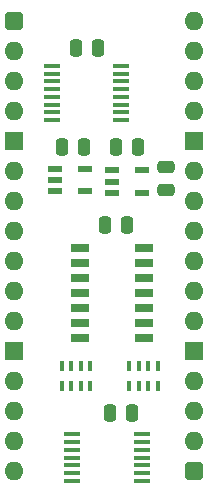
<source format=gts>
%TF.GenerationSoftware,KiCad,Pcbnew,9.0.2*%
%TF.CreationDate,2025-07-03T20:54:59+02:00*%
%TF.ProjectId,Main Memory Enable,4d61696e-204d-4656-9d6f-727920456e61,V0*%
%TF.SameCoordinates,Original*%
%TF.FileFunction,Soldermask,Top*%
%TF.FilePolarity,Negative*%
%FSLAX46Y46*%
G04 Gerber Fmt 4.6, Leading zero omitted, Abs format (unit mm)*
G04 Created by KiCad (PCBNEW 9.0.2) date 2025-07-03 20:54:59*
%MOMM*%
%LPD*%
G01*
G04 APERTURE LIST*
G04 Aperture macros list*
%AMRoundRect*
0 Rectangle with rounded corners*
0 $1 Rounding radius*
0 $2 $3 $4 $5 $6 $7 $8 $9 X,Y pos of 4 corners*
0 Add a 4 corners polygon primitive as box body*
4,1,4,$2,$3,$4,$5,$6,$7,$8,$9,$2,$3,0*
0 Add four circle primitives for the rounded corners*
1,1,$1+$1,$2,$3*
1,1,$1+$1,$4,$5*
1,1,$1+$1,$6,$7*
1,1,$1+$1,$8,$9*
0 Add four rect primitives between the rounded corners*
20,1,$1+$1,$2,$3,$4,$5,0*
20,1,$1+$1,$4,$5,$6,$7,0*
20,1,$1+$1,$6,$7,$8,$9,0*
20,1,$1+$1,$8,$9,$2,$3,0*%
G04 Aperture macros list end*
%ADD10RoundRect,0.250000X0.250000X0.475000X-0.250000X0.475000X-0.250000X-0.475000X0.250000X-0.475000X0*%
%ADD11R,0.450000X0.900000*%
%ADD12R,1.150000X0.600000*%
%ADD13RoundRect,0.250000X-0.250000X-0.475000X0.250000X-0.475000X0.250000X0.475000X-0.250000X0.475000X0*%
%ADD14R,1.550000X0.650000*%
%ADD15R,1.475000X0.450000*%
%ADD16R,1.250000X0.600000*%
%ADD17O,1.600000X1.600000*%
%ADD18R,1.600000X1.600000*%
%ADD19RoundRect,0.400000X-0.400000X-0.400000X0.400000X-0.400000X0.400000X0.400000X-0.400000X0.400000X0*%
%ADD20RoundRect,0.250000X-0.475000X0.250000X-0.475000X-0.250000X0.475000X-0.250000X0.475000X0.250000X0*%
G04 APERTURE END LIST*
D10*
%TO.C,C1*%
X3987000Y-10668000D03*
X5887000Y-10668000D03*
%TD*%
%TO.C,C4*%
X5212000Y-2286000D03*
X7112000Y-2286000D03*
%TD*%
D11*
%TO.C,RN1*%
X6407000Y-30920000D03*
X5607000Y-30920000D03*
X4807000Y-30920000D03*
X4007000Y-30920000D03*
X4007000Y-29220000D03*
X4807000Y-29220000D03*
X5607000Y-29220000D03*
X6407000Y-29220000D03*
%TD*%
%TO.C,RN2*%
X12122000Y-30920000D03*
X11322000Y-30920000D03*
X10522000Y-30920000D03*
X9722000Y-30920000D03*
X9722000Y-29220000D03*
X10522000Y-29220000D03*
X11322000Y-29220000D03*
X12122000Y-29220000D03*
%TD*%
D12*
%TO.C,IC1*%
X10825000Y-12639000D03*
X10825000Y-14539000D03*
X8225000Y-14539000D03*
X8225000Y-13589000D03*
X8225000Y-12639000D03*
%TD*%
D13*
%TO.C,C10*%
X10491000Y-10668000D03*
X8591000Y-10668000D03*
%TD*%
D14*
%TO.C,IC3*%
X10980000Y-19177000D03*
X10980000Y-20447000D03*
X10980000Y-21717000D03*
X10980000Y-22987000D03*
X10980000Y-24257000D03*
X10980000Y-25527000D03*
X10980000Y-26797000D03*
X5530000Y-26797000D03*
X5530000Y-25527000D03*
X5530000Y-24257000D03*
X5530000Y-22987000D03*
X5530000Y-21717000D03*
X5530000Y-20447000D03*
X5530000Y-19177000D03*
%TD*%
D15*
%TO.C,IC4*%
X10762000Y-35007000D03*
X10762000Y-35657000D03*
X10762000Y-36307000D03*
X10762000Y-36957000D03*
X10762000Y-37607000D03*
X10762000Y-38257000D03*
X10762000Y-38907000D03*
X4886000Y-38907000D03*
X4886000Y-38257000D03*
X4886000Y-37607000D03*
X4886000Y-36957000D03*
X4886000Y-36307000D03*
X4886000Y-35657000D03*
X4886000Y-35007000D03*
%TD*%
%TO.C,IC5*%
X9034000Y-3821000D03*
X9034000Y-4471000D03*
X9034000Y-5121000D03*
X9034000Y-5771000D03*
X9034000Y-6421000D03*
X9034000Y-7071000D03*
X9034000Y-7721000D03*
X9034000Y-8371000D03*
X3158000Y-8371000D03*
X3158000Y-7721000D03*
X3158000Y-7071000D03*
X3158000Y-6421000D03*
X3158000Y-5771000D03*
X3158000Y-5121000D03*
X3158000Y-4471000D03*
X3158000Y-3821000D03*
%TD*%
D10*
%TO.C,C3*%
X8051000Y-33147000D03*
X9951000Y-33147000D03*
%TD*%
D16*
%TO.C,IC2*%
X5949000Y-12512000D03*
X5949000Y-14412000D03*
X3449000Y-14412000D03*
X3449000Y-13462000D03*
X3449000Y-12512000D03*
%TD*%
D17*
%TO.C,J2*%
X15240000Y0D03*
X15240000Y-2540000D03*
X15240000Y-5080000D03*
X15240000Y-7620000D03*
D18*
X15240000Y-10160000D03*
D17*
X15240000Y-12700000D03*
X15240000Y-15240000D03*
X15240000Y-17780000D03*
X15240000Y-20320000D03*
X15240000Y-22860000D03*
X15240000Y-25400000D03*
D18*
X15240000Y-27940000D03*
D17*
X15240000Y-30480000D03*
X15240000Y-33020000D03*
X15240000Y-35560000D03*
D19*
X15240000Y-38100000D03*
D17*
X0Y-38100000D03*
X0Y-35560000D03*
X0Y-33020000D03*
X0Y-30480000D03*
D18*
X0Y-27940000D03*
D17*
X0Y-25400000D03*
X0Y-22860000D03*
X0Y-20320000D03*
X0Y-17780000D03*
X0Y-15240000D03*
X0Y-12700000D03*
D18*
X0Y-10160000D03*
D17*
X0Y-7620000D03*
X0Y-5080000D03*
X0Y-2540000D03*
D19*
X0Y0D03*
%TD*%
D10*
%TO.C,C6*%
X7670000Y-17272000D03*
X9570000Y-17272000D03*
%TD*%
D20*
%TO.C,C11*%
X12827000Y-14301000D03*
X12827000Y-12401000D03*
%TD*%
M02*

</source>
